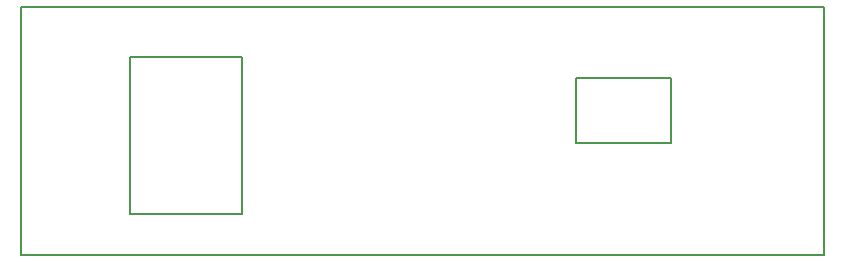
<source format=gm1>
G04 #@! TF.GenerationSoftware,KiCad,Pcbnew,5.0.0-rc2*
G04 #@! TF.CreationDate,2019-07-01T23:54:45-04:00*
G04 #@! TF.ProjectId,panelback,70616E656C6261636B2E6B696361645F,rev?*
G04 #@! TF.SameCoordinates,Original*
G04 #@! TF.FileFunction,Profile,NP*
%FSLAX46Y46*%
G04 Gerber Fmt 4.6, Leading zero omitted, Abs format (unit mm)*
G04 Created by KiCad (PCBNEW 5.0.0-rc2) date Mon Jul  1 23:54:45 2019*
%MOMM*%
%LPD*%
G01*
G04 APERTURE LIST*
%ADD10C,0.152400*%
G04 APERTURE END LIST*
D10*
X69250000Y-95500000D02*
X69250000Y-96500000D01*
X78750000Y-96500000D02*
X78750000Y-95500000D01*
X69250000Y-95500000D02*
X69250000Y-94750000D01*
X78750000Y-96500000D02*
X69250000Y-96500000D01*
X78750000Y-94750000D02*
X78750000Y-95500000D01*
X107000000Y-86500000D02*
X107000000Y-90500000D01*
X115000000Y-87000000D02*
X115000000Y-90500000D01*
X107000000Y-90500000D02*
X115000000Y-90500000D01*
X107000000Y-85000000D02*
X107000000Y-85500000D01*
X115000000Y-85000000D02*
X107000000Y-85000000D01*
X115000000Y-85500000D02*
X115000000Y-85000000D01*
X115000000Y-86500000D02*
X115000000Y-85500000D01*
X107000000Y-85500000D02*
X107000000Y-86500000D01*
X78750000Y-83250000D02*
X69250000Y-83250000D01*
X78750000Y-94750000D02*
X78750000Y-83250000D01*
X69250000Y-83250000D02*
X69250000Y-94750000D01*
X115000000Y-86500000D02*
X115000000Y-87000000D01*
X128000000Y-100000000D02*
X60000000Y-100000000D01*
X128000000Y-79000000D02*
X128000000Y-100000000D01*
X60000000Y-79000000D02*
X128000000Y-79000000D01*
X60000000Y-100000000D02*
X60000000Y-79000000D01*
M02*

</source>
